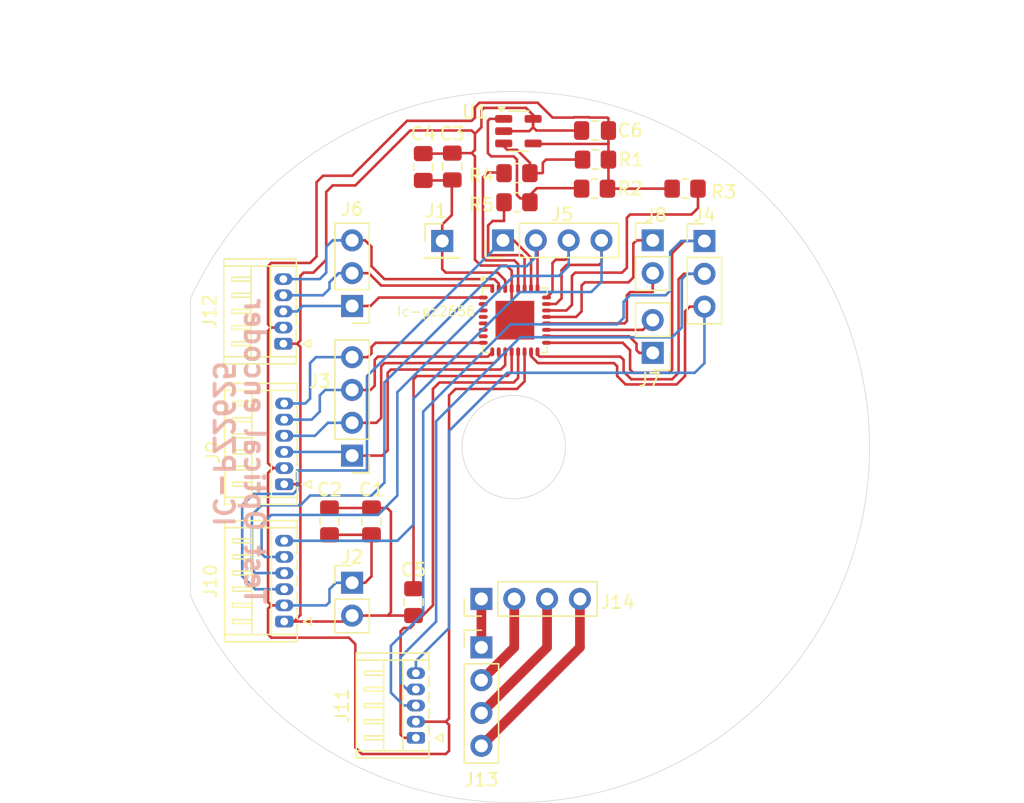
<source format=kicad_pcb>
(kicad_pcb (version 20240108) (generator "pcbnew") (generator_version "8.0")
  (layers (0 "F.Cu" signal) (31 "B.Cu" signal) (34 "B.Paste" user) (35 "F.Paste" user) (36 "B.SilkS" user "B.Silkscreen") (37 "F.SilkS" user "F.Silkscreen") (38 "B.Mask" user) (39 "F.Mask" user) (44 "Edge.Cuts" user))
  (net 0 "")
  (net 1 "Net-(Ic-pz2656-C1V8)")
  (net 2 "VDDIO")
  (net 4 "GND")
  (net 7 "/ACL")
  (net 8 "VDDA")
  (net 9 "/PC1")
  (net 10 "/CFG2")
  (net 11 "/ADA")
  (net 12 "/RDY")
  (net 13 "/CFG0")
  (net 14 "/PA3")
  (net 15 "/PB1")
  (net 16 "/ERR_IN")
  (net 17 "/CFG1")
  (net 18 "/PB2")
  (net 19 "/PA0")
  (net 20 "Net-(Ic-pz2656-SDA)")
  (net 21 "/PA1")
  (net 24 "/PB0")
  (net 25 "Net-(Ic-pz2656-SCL)")
  (net 26 "Net-(Ic-pz2656-NRES)")
  (net 27 "/PC2")
  (net 29 "Net-(U1-SDA)")
  (net 30 "Net-(U1-SCL)")
  (net 31 "/PA2")
  (net 32 "/PC0")
  (net 33 "/PC3")
  (net 34 "/48V")
  (net 35 "/S2")
  (net 36 "/S1")
  (net 37 "/MASSE")
  (footprint "Capacitor_SMD:C_0805_2012Metric_Pad1.18x1.45mm_HandSolder" (layer "F.Cu") (at 128 135.25 90)
    (property "Reference" "C5")
    (property "Value" "100nF" (hide yes))
  )
  (footprint "Connector_PinHeader_2.54mm:PinHeader_1x02_P2.54mm_Vertical" (layer "F.Cu") (at 123.25 133.75)
    (property "Reference" "J2")
    (property "Value" "Conn_01x02_Pin" (hide yes))
  )
  (footprint "Connector_Hirose:Hirose_DF13-06P-1.25DS_1x06_P1.25mm_Horizontal" (layer "F.Cu") (at 118 126.125 90)
    (property "Reference" "J9")
    (property "Value" "Conn_DF13_malex06" (hide yes))
  )
  (footprint "Connector_PinHeader_2.54mm:PinHeader_1x03_P2.54mm_Vertical" (layer "F.Cu") (at 123.25 112.33 180)
    (property "Reference" "J6")
    (property "Value" "Conn_01x03_Pin" (hide yes))
  )
  (footprint "Capacitor_SMD:C_0805_2012Metric_Pad1.18x1.45mm_HandSolder" (layer "F.Cu") (at 142.0375 98.75)
    (property "Reference" "C6")
    (property "Value" "100nF" (hide yes))
  )
  (footprint "Resistor_SMD:R_0805_2012Metric_Pad1.20x1.40mm_HandSolder" (layer "F.Cu") (at 142 103.25)
    (property "Reference" "R2")
    (property "Value" "3K3" (hide yes))
  )
  (footprint "Capacitor_SMD:C_0805_2012Metric_Pad1.18x1.45mm_HandSolder" (layer "F.Cu") (at 124.75 129 -90)
    (property "Reference" "C1")
    (property "Value" "1μF" (hide yes))
  )
  (footprint "Package_TO_SOT_SMD:SOT-23-5" (layer "F.Cu") (at 136.1125 98.8)
    (property "Reference" "U1")
    (property "Value" "AT24CS16-STUM" (hide yes))
  )
  (footprint "Connector_PinHeader_2.54mm:PinHeader_1x04_P2.54mm_Vertical" (layer "F.Cu") (at 133.25 138.75)
    (property "Reference" "J13")
    (property "Value" "Conn_THT_padx04" (hide yes))
  )
  (footprint "Connector_PinHeader_2.54mm:PinHeader_1x04_P2.54mm_Vertical" (layer "F.Cu") (at 134.92 107.25 90)
    (property "Reference" "J5")
    (property "Value" "Conn_01x04_Pin" (hide yes))
  )
  (footprint "Ic - pz2656:Ic-pz2656-5x5" (layer "F.Cu") (at 135.84 113.4275)
    (property "Reference" "Ic-pz2656")
    (property "Value" "~")
  )
  (footprint "Capacitor_SMD:C_0805_2012Metric_Pad1.18x1.45mm_HandSolder" (layer "F.Cu") (at 131 101.5375 -90)
    (property "Reference" "C3")
    (property "Value" "100nF" (hide yes))
  )
  (footprint "Resistor_SMD:R_0805_2012Metric_Pad1.20x1.40mm_HandSolder" (layer "F.Cu") (at 136 104.3 180)
    (property "Reference" "R5")
    (property "Value" "0" (hide yes))
  )
  (footprint "Connector_PinHeader_2.54mm:PinHeader_1x04_P2.54mm_Vertical" (layer "F.Cu") (at 123.25 123.91 180)
    (property "Reference" "J3")
    (property "Value" "Conn_01x04_Pin" (hide yes))
  )
  (footprint "Resistor_SMD:R_0805_2012Metric_Pad1.20x1.40mm_HandSolder" (layer "F.Cu") (at 149 103.25)
    (property "Reference" "R3")
    (property "Value" "10K" (hide yes))
  )
  (footprint "Resistor_SMD:R_0805_2012Metric_Pad1.20x1.40mm_HandSolder" (layer "F.Cu") (at 142.075 101)
    (property "Reference" "R1")
    (property "Value" "3K3" (hide yes))
  )
  (footprint "Connector_PinHeader_2.54mm:PinHeader_1x02_P2.54mm_Vertical" (layer "F.Cu") (at 146.5 115.96 180)
    (property "Reference" "J7")
    (property "Value" "Conn_01x02_Pin" (hide yes))
  )
  (footprint "Capacitor_SMD:C_0805_2012Metric_Pad1.18x1.45mm_HandSolder" (layer "F.Cu") (at 121.5 129 -90)
    (property "Reference" "C2")
    (property "Value" "100nF" (hide yes))
  )
  (footprint "Resistor_SMD:R_0805_2012Metric_Pad1.20x1.40mm_HandSolder" (layer "F.Cu") (at 136 102.05 180)
    (property "Reference" "R4")
    (property "Value" "0" (hide yes))
  )
  (footprint "Connector_PinHeader_2.54mm:PinHeader_1x03_P2.54mm_Vertical" (layer "F.Cu") (at 150.5 107.3)
    (property "Reference" "J4")
    (property "Value" "Conn_01x03_Pin" (hide yes))
  )
  (footprint "Connector_PinHeader_2.54mm:PinHeader_1x04_P2.54mm_Vertical" (layer "F.Cu") (at 133.25 135 90)
    (property "Reference" "J14")
    (property "Value" "Conn_THT_padx04" (hide yes))
  )
  (footprint "Connector_Hirose:Hirose_DF13-06P-1.25DS_1x06_P1.25mm_Horizontal" (layer "F.Cu") (at 118 136.75 90)
    (property "Reference" "J10")
    (property "Value" "Conn_DF13_malex06" (hide yes))
  )
  (footprint "MountingHole:MountingHole_2.2mm_M2" (layer "F.Cu") (at 154 105.5)
    (property "Reference" "REF**" (hide yes))
    (property "Value" "MountingHole_2.2mm_M2")
  )
  (footprint "Connector_PinHeader_2.54mm:PinHeader_1x01_P2.54mm_Vertical" (layer "F.Cu") (at 130.22 107.3)
    (property "Reference" "J1")
    (property "Value" "Conn_01x01_Pin" (hide yes))
  )
  (footprint "Connector_Hirose:Hirose_DF13-05P-1.25DS_1x05_P1.25mm_Horizontal" (layer "F.Cu") (at 128.1825 145.75 90)
    (property "Reference" "J11")
    (property "Value" "Conn_DF13_malex05" (hide yes))
  )
  (footprint "Connector_Hirose:Hirose_DF13-05P-1.25DS_1x05_P1.25mm_Horizontal" (layer "F.Cu") (at 117.9325 115.25 90)
    (property "Reference" "J12")
    (property "Value" "Conn_DF13_malex05" (hide yes))
  )
  (footprint "MountingHole:MountingHole_2.2mm_M2" (layer "F.Cu") (at 117.5 141)
    (property "Reference" "REF**" (hide yes))
    (property "Value" "MountingHole_2.2mm_M2")
  )
  (footprint "MountingHole:MountingHole_2.2mm_M2" (layer "F.Cu") (at 117.5 105.5)
    (property "Reference" "REF**" (hide yes))
    (property "Value" "MountingHole_2.2mm_M2")
  )
  (footprint "MountingHole:MountingHole_2.2mm_M2" (layer "F.Cu") (at 154 141)
    (property "Reference" "REF**" (hide yes))
    (property "Value" "MountingHole_2.2mm_M2")
  )
  (footprint "Capacitor_SMD:C_0805_2012Metric_Pad1.18x1.45mm_HandSolder" (layer "F.Cu") (at 128.75 101.575 -90)
    (property "Reference" "C4")
    (property "Value" "1μF" (hide yes))
  )
  (footprint "Connector_PinHeader_2.54mm:PinHeader_1x02_P2.54mm_Vertical" (layer "F.Cu") (at 146.5 107.25)
    (property "Reference" "J8")
    (property "Value" "Conn_01x02_Pin" (hide yes))
  )
  (gr_line (start 132.75 97.75) (end 132.75 97) (stroke (width 0.2)) (layer "F.Cu") (net 2))
  (gr_line (start 132.5 98) (end 132.75 97.75) (stroke (width 0.2)) (layer "F.Cu") (net 2))
  (gr_arc (start 110.750001 111.75) (mid 163.268173 123.25) (end 110.750001 134.75) (stroke (width 0.05)) (layer "Edge.Cuts"))
  (gr_line (start 110.75 134.75) (end 110.75 111.75) (stroke (width 0.05)) (layer "Edge.Cuts"))
  (gr_circle (center 135.749999 123.25) (end 139.749999 123.25) (stroke (width 0.05)) (fill none) (layer "Edge.Cuts"))
  (gr_text "Test Optical encoder \nIC-PZ2625" (at 114.5 123 270) (layer "B.SilkS") (effects (font (size 1.5 1.5) (thickness 0.3) (bold yes)) (justify mirror)))
  (segment (start 135.59 117.41) (end 135.59 115.8775) (width 0.2) (layer "F.Cu") (net 1))
  (segment (start 128.25 117.75) (end 135.25 117.75) (width 0.2) (layer "F.Cu") (net 1))
  (segment (start 135.25 117.75) (end 135.59 117.41) (width 0.2) (layer "F.Cu") (net 1))
  (segment (start 128 118) (end 128.25 117.75) (width 0.2) (layer "F.Cu") (net 1))
  (segment (start 128 134.2125) (end 128 118) (width 0.2) (layer "F.Cu") (net 1))
  (segment (start 120 109) (end 120.5 108.5) (width 0.2) (layer "F.Cu") (net 2))
  (segment (start 137.290552 99.790552) (end 143.034448 99.790552) (width 0.2) (layer "F.Cu") (net 2))
  (segment (start 117 114) (end 116.75 113.75) (width 0.2) (layer "F.Cu") (net 2))
  (segment (start 123 138) (end 117 138) (width 0.2) (layer "F.Cu") (net 2))
  (segment (start 130.5 144.5) (end 130.75 144.25) (width 0.2) (layer "F.Cu") (net 2))
  (segment (start 116.75 114.25) (end 117 114) (width 0.2) (layer "F.Cu") (net 2))
  (segment (start 130.75 144.75) (end 130.75 146.75) (width 0.2) (layer "F.Cu") (net 2))
  (segment (start 130.75 146.75) (end 130.5 147) (width 0.2) (layer "F.Cu") (net 2))
  (segment (start 130.5 144.5) (end 130.75 144.75) (width 0.2) (layer "F.Cu") (net 2))
  (segment (start 143.075 101) (end 143.075 99.75) (width 0.2) (layer "F.Cu") (net 2))
  (segment (start 121 102.25) (end 123.25 102.25) (width 0.2) (layer "F.Cu") (net 2))
  (segment (start 117.25 135.5) (end 117 135.5) (width 0.2) (layer "F.Cu") (net 2))
  (segment (start 116.75 113.75) (end 116.75 109.25) (width 0.2) (layer "F.Cu") (net 2))
  (segment (start 130.5 147) (end 124 147) (width 0.2) (layer "F.Cu") (net 2))
  (segment (start 132.75 97) (end 132.75 96.95) (width 0.2) (layer "F.Cu") (net 2))
  (segment (start 116.75 137.75) (end 116.75 135.75) (width 0.2) (layer "F.Cu") (net 2))
  (segment (start 143.075 97.825) (end 143.075 98.75) (width 0.2) (layer "F.Cu") (net 2))
  (segment (start 141.572244 97.725) (end 141.597244 97.75) (width 0.2) (layer "F.Cu") (net 2))
  (segment (start 130.75 144.25) (end 130.75 119.25) (width 0.2) (layer "F.Cu") (net 2))
  (segment (start 124.75 133.25) (end 124.75 130.0375) (width 0.2) (layer "F.Cu") (net 2))
  (segment (start 117 114) (end 117.9325 114) (width 0.2) (layer "F.Cu") (net 2))
  (segment (start 141.597244 97.75) (end 143 97.75) (width 0.2) (layer "F.Cu") (net 2))
  (segment (start 132.75 96.95) (end 133.1 96.6) (width 0.2) (layer "F.Cu") (net 2))
  (segment (start 120.5 102.75) (end 121 102.25) (width 0.2) (layer "F.Cu") (net 2))
  (segment (start 117 138) (end 116.75 137.75) (width 0.2) (layer "F.Cu") (net 2))
  (segment (start 124 147) (end 123.5 146.5) (width 0.2) (layer "F.Cu") (net 2))
  (segment (start 140.402756 97.75) (end 140.427756 97.725) (width 0.2) (layer "F.Cu") (net 2))
  (segment (start 124.25 133.75) (end 124.75 133.25) (width 0.2) (layer "F.Cu") (net 2))
  (segment (start 136 118.75) (end 136.59 118.16) (width 0.2) (layer "F.Cu") (net 2))
  (segment (start 138.75 97.75) (end 140.402756 97.75) (width 0.2) (layer "F.Cu") (net 2))
  (segment (start 148 103.25) (end 143.1125 103.25) (width 0.2) (layer "F.Cu") (net 2))
  (segment (start 123.25 133.75) (end 124.25 133.75) (width 0.2) (layer "F.Cu") (net 2))
  (segment (start 117 109) (end 120 109) (width 0.2) (layer "F.Cu") (net 2))
  (segment (start 116.75 135.25) (end 116.75 125.25) (width 0.2) (layer "F.Cu") (net 2))
  (segment (start 117.125 124.875) (end 118 124.875) (width 0.2) (layer "F.Cu") (net 2))
  (segment (start 123.5 138.5) (end 123 138) (width 0.2) (layer "F.Cu") (net 2))
  (segment (start 123.25 102.25) (end 127.5 98) (width 0.2) (layer "F.Cu") (net 2))
  (segment (start 137.25 99.75) (end 137.290552 99.790552) (width 0.2) (layer "F.Cu") (net 2))
  (segment (start 116.75 124.5) (end 116.75 114.25) (width 0.2) (layer "F.Cu") (net 2))
  (segment (start 116.75 135.75) (end 117 135.5) (width 0.2) (layer "F.Cu") (net 2))
  (segment (start 143.075 103.2125) (end 143.075 101) (width 0.2) (layer "F.Cu") (net 2))
  (segment (start 117.125 124.875) (end 116.75 124.5) (width 0.2) (layer "F.Cu") (net 2))
  (segment (start 129.25 144.5) (end 130.5 144.5) (width 0.2) (layer "F.Cu") (net 2))
  (segment (start 140.427756 97.725) (end 141.572244 97.725) (width 0.2) (layer "F.Cu") (net 2))
  (segment (start 131.25 118.75) (end 136 118.75) (width 0.2) (layer "F.Cu") (net 2))
  (segment (start 143 97.75) (end 143.075 97.825) (width 0.2) (layer "F.Cu") (net 2))
  (segment (start 133.1 96.6) (end 137.6 96.6) (width 0.2) (layer "F.Cu") (net 2))
  (segment (start 136.59 118.16) (end 136.59 115.8775) (width 0.2) (layer "F.Cu") (net 2))
  (segment (start 143.034448 99.790552) (end 143.075 99.75) (width 0.2) (layer "F.Cu") (net 2))
  (segment (start 118 135.5) (end 117.25 135.5) (width 0.2) (layer "F.Cu") (net 2))
  (segment (start 116.75 109.25) (end 117 109) (width 0.2) (layer "F.Cu") (net 2))
  (segment (start 143.1125 103.25) (end 143.075 103.2125) (width 0.2) (layer "F.Cu") (net 2))
  (segment (start 117 135.5) (end 116.75 135.25) (width 0.2) (layer "F.Cu") (net 2))
  (segment (start 143.075 99.75) (end 143.075 98.75) (width 0.2) (layer "F.Cu") (net 2))
  (segment (start 120.5 108.5) (end 120.5 102.75) (width 0.2) (layer "F.Cu") (net 2))
  (segment (start 137.6 96.6) (end 138.75 97.75) (width 0.2) (layer "F.Cu") (net 2))
  (segment (start 116.75 125.25) (end 117.125 124.875) (width 0.2) (layer "F.Cu") (net 2))
  (segment (start 129.25 144.5) (end 128.1825 144.5) (width 0.2) (layer "F.Cu") (net 2))
  (segment (start 123.5 146.5) (end 123.5 138.5) (width 0.2) (layer "F.Cu") (net 2))
  (segment (start 130.75 119.25) (end 131.25 118.75) (width 0.2) (layer "F.Cu") (net 2))
  (segment (start 121.5 130.0375) (end 124.75 130.0375) (width 0.2) (layer "F.Cu") (net 2))
  (segment (start 127.5 98) (end 132.5 98) (width 0.2) (layer "F.Cu") (net 2))
  (segment (start 121.25 135.5) (end 121.5 135.25) (width 0.2) (layer "B.Cu") (net 2))
  (segment (start 121.5 135.25) (end 121.5 134.25) (width 0.2) (layer "B.Cu") (net 2))
  (segment (start 121.5 134.25) (end 122 133.75) (width 0.2) (layer "B.Cu") (net 2))
  (segment (start 122 133.75) (end 123.25 133.75) (width 0.2) (layer "B.Cu") (net 2))
  (segment (start 118 135.5) (end 121.25 135.5) (width 0.2) (layer "B.Cu") (net 2))
  (segment (start 132.5 98.75) (end 132.75 99) (width 0.2) (layer "F.Cu") (net 4))
  (segment (start 132.75 100.25) (end 132.5 100.5) (width 0.2) (layer "F.Cu") (net 4))
  (segment (start 119.25 115) (end 119.25 110) (width 0.2) (layer "F.Cu") (net 4))
  (segment (start 135.275 98.8) (end 136.95 98.8) (width 0.2) (layer "F.Cu") (net 4))
  (segment (start 129.5 135.5) (end 129.5 118.75) (width 0.2) (layer "F.Cu") (net 4))
  (segment (start 126.25 136.04) (end 126 136.29) (width 0.2) (layer "F.Cu") (net 4))
  (segment (start 133.25 98.5) (end 133.25 97.2) (width 0.2) (layer "F.Cu") (net 4))
  (segment (start 127 145.5) (end 127 137.5) (width 0.2) (layer "F.Cu") (net 4))
  (segment (start 119.25 110) (end 119.5 109.75) (width 0.2) (layer "F.Cu") (net 4))
  (segment (start 128.7125 136.2875) (end 129.5 135.5) (width 0.2) (layer "F.Cu") (net 4))
  (segment (start 132.75 99) (end 132.75 100.25) (width 0.2) (layer "F.Cu") (net 4))
  (segment (start 125.9625 127.9625) (end 126.25 128.25) (width 0.2) (layer "F.Cu") (net 4))
  (segment (start 119.125 126.125) (end 119.25 126) (width 0.2) (layer "F.Cu") (net 4))
  (segment (start 137.25 97.85) (end 137.25 98.5) (width 0.2) (layer "F.Cu") (net 4))
  (segment (start 135.59 113.1775) (end 135.84 113.4275) (width 0.2) (layer "F.Cu") (net 4))
  (segment (start 120.5 136.75) (end 122.79 136.75) (width 0.2) (layer "F.Cu") (net 4))
  (segment (start 127 137.5) (end 127.25 137.25) (width 0.2) (layer "F.Cu") (net 4))
  (segment (start 129.5 118.75) (end 130 118.25) (width 0.2) (layer "F.Cu") (net 4))
  (segment (start 123.25 136.29) (end 126 136.29) (width 0.2) (layer "F.Cu") (net 4))
  (segment (start 132.75 100.75) (end 132.5 100.5) (width 0.2) (layer "F.Cu") (net 4))
  (segment (start 119 115.25) (end 117.9325 115.25) (width 0.2) (layer "F.Cu") (net 4))
  (segment (start 132.5 100.5) (end 131 100.5) (width 0.2) (layer "F.Cu") (net 4))
  (segment (start 119.25 136.25) (end 119.25 126.25) (width 0.2) (layer "F.Cu") (net 4))
  (segment (start 121.25 108.75) (end 121.25 103.5) (width 0.2) (layer "F.Cu") (net 4))
  (segment (start 137.25 98.5) (end 137.25 97.55) (width 0.2) (layer "F.Cu") (net 4))
  (segment (start 119.25 115.5) (end 119 115.25) (width 0.2) (layer "F.Cu") (net 4))
  (segment (start 122.79 136.75) (end 123.25 136.29) (width 0.2) (layer "F.Cu") (net 4))
  (segment (start 119.25 126) (end 119.25 115.5) (width 0.2) (layer "F.Cu") (net 4))
  (segment (start 128.1825 145.75) (end 127.25 145.75) (width 0.2) (layer "F.Cu") (net 4))
  (segment (start 127.9975 136.29) (end 128 136.2875) (width 0.2) (layer "F.Cu") (net 4))
  (segment (start 124.75 127.9625) (end 125.9625 127.9625) (width 0.2) (layer "F.Cu") (net 4))
  (segment (start 133.2 109.2) (end 132.75 108.75) (width 0.2) (layer "F.Cu") (net 4))
  (segment (start 135.59 110.9775) (end 135.59 109.59) (width 0.2) (layer "F.Cu") (net 4))
  (segment (start 137.25 98.5) (end 137.5 98.75) (width 0.2) (layer "F.Cu") (net 4))
  (segment (start 132.75 108.75) (end 132.75 100.75) (width 0.2) (layer "F.Cu") (net 4))
  (segment (start 128 137) (end 128 136.2875) (width 0.2) (layer "F.Cu") (net 4))
  (segment (start 132.75 99) (end 133.25 98.5) (width 0.2) (layer "F.Cu") (net 4))
  (segment (start 136.95 98.8) (end 137.25 98.5) (width 0.2) (layer "F.Cu") (net 4))
  (segment (start 126 136.29) (end 126.25 136.29) (width 0.2) (layer "F.Cu") (net 4))
  (segment (start 128 136.2875) (end 128.7125 136.2875) (width 0.2) (layer "F.Cu") (net 4))
  (segment (start 126.25 128.25) (end 126.25 136.04) (width 0.2) (layer "F.Cu") (net 4))
  (segment (start 136.09 117.91) (end 136.09 115.8775) (width 0.2) (layer "F.Cu") (net 4))
  (segment (start 135.75 118.25) (end 136.09 117.91) (width 0.2) (layer "F.Cu") (net 4))
  (segment (start 127.25 145.75) (end 127 145.5) (width 0.2) (layer "F.Cu") (net 4))
  (segment (start 133.25 97.2) (end 133.45 97) (width 0.2) (layer "F.Cu") (net 4))
  (segment (start 137.5 98.75) (end 141 98.75) (width 0.2) (layer "F.Cu") (net 4))
  (segment (start 118 136.75) (end 118.75 136.75) (width 0.2) (layer "F.Cu") (net 4))
  (segment (start 121.75 103) (end 123.5 103) (width 0.2) (layer "F.Cu") (net 4))
  (segment (start 137.25 97.55) (end 137.7 98) (width 0.2) (layer "F.Cu") (net 4))
  (segment (start 130.9625 100.5375) (end 131 100.5) (width 0.2) (layer "F.Cu") (net 4))
  (segment (start 135.59 110.9775) (end 135.59 113.1775) (width 0.2) (layer "F.Cu") (net 4))
  (segment (start 119 115.25) (end 119.25 115) (width 0.2) (layer "F.Cu") (net 4))
  (segment (start 130 118.25) (end 135.75 118.25) (width 0.2) (layer "F.Cu") (net 4))
  (segment (start 118.75 136.75) (end 119.25 136.25) (width 0.2) (layer "F.Cu") (net 4))
  (segment (start 119.25 126.25) (end 119.125 126.125) (width 0.2) (layer "F.Cu") (net 4))
  (segment (start 127.25 137.25) (end 127.75 137.25) (width 0.2) (layer "F.Cu") (net 4))
  (segment (start 133.45 97) (end 136.7 97) (width 0.2) (layer "F.Cu") (net 4))
  (segment (start 128.75 100.5375) (end 130.9625 100.5375) (width 0.2) (layer "F.Cu") (net 4))
  (segment (start 121.25 103.5) (end 121.75 103) (width 0.2) (layer "F.Cu") (net 4))
  (segment (start 119.125 126.125) (end 118 126.125) (width 0.2) (layer "F.Cu") (net 4))
  (segment (start 118.75 136.75) (end 120.5 136.75) (width 0.2) (layer "F.Cu") (net 4))
  (segment (start 121.5 127.9625) (end 124.75 127.9625) (width 0.2) (layer "F.Cu") (net 4))
  (segment (start 136.7 97) (end 137.25 97.55) (width 0.2) (layer "F.Cu") (net 4))
  (segment (start 119.5 109.75) (end 120.25 109.75) (width 0.2) (layer "F.Cu") (net 4))
  (segment (start 127.75 98.75) (end 132.5 98.75) (width 0.2) (layer "F.Cu") (net 4))
  (segment (start 123.5 103) (end 127.75 98.75) (width 0.2) (layer "F.Cu") (net 4))
  (segment (start 135.59 109.59) (end 135.2 109.2) (width 0.2) (layer "F.Cu") (net 4))
  (segment (start 127.75 137.25) (end 128 137) (width 0.2) (layer "F.Cu") (net 4))
  (segment (start 126.25 136.29) (end 127.9975 136.29) (width 0.2) (layer "F.Cu") (net 4))
  (segment (start 135.2 109.2) (end 133.2 109.2) (width 0.2) (layer "F.Cu") (net 4))
  (segment (start 120.25 109.75) (end 121.25 108.75) (width 0.2) (layer "F.Cu") (net 4))
  (segment (start 145.46 115.96) (end 146.5 115.96) (width 0.2) (layer "F.Cu") (net 7))
  (segment (start 144.6775 114.6775) (end 145.25 115.25) (width 0.2) (layer "F.Cu") (net 7))
  (segment (start 145.25 115.75) (end 145.46 115.96) (width 0.2) (layer "F.Cu") (net 7))
  (segment (start 138.29 114.6775) (end 144.6775 114.6775) (width 0.2) (layer "F.Cu") (net 7))
  (segment (start 145.25 115.25) (end 145.25 115.75) (width 0.2) (layer "F.Cu") (net 7))
  (segment (start 130.9625 105.2875) (end 130.22 106.03) (width 0.2) (layer "F.Cu") (net 8))
  (segment (start 134.5 109.75) (end 130.5 109.75) (width 0.2) (layer "F.Cu") (net 8))
  (segment (start 128.75 102.6125) (end 130.9625 102.6125) (width 0.2) (layer "F.Cu") (net 8))
  (segment (start 130.5 109.75) (end 130.22 109.47) (width 0.2) (layer "F.Cu") (net 8))
  (segment (start 130.9625 102.6125) (end 130.9625 105.2875) (width 0.2) (layer "F.Cu") (net 8))
  (segment (start 130.22 106.03) (end 130.22 107.3) (width 0.2) (layer "F.Cu") (net 8))
  (segment (start 130.22 109.47) (end 130.22 107.3) (width 0.2) (layer "F.Cu") (net 8))
  (segment (start 135.09 110.9775) (end 135.09 110.34) (width 0.2) (layer "F.Cu") (net 8))
  (segment (start 135.09 110.34) (end 134.5 109.75) (width 0.2) (layer "F.Cu") (net 8))
  (segment (start 130.9625 102.6125) (end 131 102.575) (width 0.2) (layer "F.Cu") (net 8))
  (segment (start 137.59 107.38) (end 137.46 107.25) (width 0.2) (layer "F.Cu") (net 9))
  (segment (start 137.59 110.9775) (end 137.59 107.38) (width 0.2) (layer "F.Cu") (net 9))
  (segment (start 118 133) (end 115.75 133) (width 0.2) (layer "B.Cu") (net 9))
  (segment (start 134.75 109.25) (end 136.75 109.25) (width 0.2) (layer "B.Cu") (net 9))
  (segment (start 116.25 127.75) (end 119.25 127.75) (width 0.2) (layer "B.Cu") (net 9))
  (segment (start 137.46 108.46) (end 137.46 107.25) (width 0.2) (layer "B.Cu") (net 9))
  (segment (start 115.75 133) (end 115.5 132.75) (width 0.2) (layer "B.Cu") (net 9))
  (segment (start 120 127) (end 124.75 127) (width 0.2) (layer "B.Cu") (net 9))
  (segment (start 137.5 108.5) (end 137.46 108.46) (width 0.2) (layer "B.Cu") (net 9))
  (segment (start 125.75 118.25) (end 134.75 109.25) (width 0.2) (layer "B.Cu") (net 9))
  (segment (start 124.75 127) (end 125.75 126) (width 0.2) (layer "B.Cu") (net 9))
  (segment (start 136.75 109.25) (end 137.5 108.5) (width 0.2) (layer "B.Cu") (net 9))
  (segment (start 125.75 126) (end 125.75 118.25) (width 0.2) (layer "B.Cu") (net 9))
  (segment (start 115.5 132.75) (end 115.5 128.5) (width 0.2) (layer "B.Cu") (net 9))
  (segment (start 115.5 128.5) (end 116.25 127.75) (width 0.2) (layer "B.Cu") (net 9))
  (segment (start 119.25 127.75) (end 120 127) (width 0.2) (layer "B.Cu") (net 9))
  (segment (start 134.59 110.9775) (end 134.59 110.59) (width 0.2) (layer "F.Cu") (net 10))
  (segment (start 134.59 110.59) (end 134.25 110.25) (width 0.2) (layer "F.Cu") (net 10))
  (segment (start 124.25 107.25) (end 123.25 107.25) (width 0.2) (layer "F.Cu") (net 10))
  (segment (start 124.75 107.75) (end 124.25 107.25) (width 0.2) (layer "F.Cu") (net 10))
  (segment (start 134.25 110.25) (end 125.75 110.25) (width 0.2) (layer "F.Cu") (net 10))
  (segment (start 124.75 109.25) (end 124.75 107.75) (width 0.2) (layer "F.Cu") (net 10))
  (segment (start 125.75 110.25) (end 124.75 109.25) (width 0.2) (layer "F.Cu") (net 10))
  (segment (start 121.25 109.75) (end 121.25 107.75) (width 0.2) (layer "B.Cu") (net 10))
  (segment (start 121.75 107.25) (end 123.25 107.25) (width 0.2) (layer "B.Cu") (net 10))
  (segment (start 120.75 110.25) (end 121.25 109.75) (width 0.2) (layer "B.Cu") (net 10))
  (segment (start 117.9325 110.25) (end 120.75 110.25) (width 0.2) (layer "B.Cu") (net 10))
  (segment (start 121.25 107.75) (end 121.75 107.25) (width 0.2) (layer "B.Cu") (net 10))
  (segment (start 138.29 114.1775) (end 145.7425 114.1775) (width 0.2) (layer "F.Cu") (net 11))
  (segment (start 145.7425 114.1775) (end 146.5 113.42) (width 0.2) (layer "F.Cu") (net 11))
  (segment (start 145 107.5) (end 145.25 107.25) (width 0.2) (layer "F.Cu") (net 12))
  (segment (start 145.25 107.25) (end 146.5 107.25) (width 0.2) (layer "F.Cu") (net 12))
  (segment (start 141 110.75) (end 141.25 110.5) (width 0.2) (layer "F.Cu") (net 12))
  (segment (start 138.29 113.1775) (end 140.5725 113.1775) (width 0.2) (layer "F.Cu") (net 12))
  (segment (start 145 110.125) (end 145 107.5) (width 0.2) (layer "F.Cu") (net 12))
  (segment (start 144.625 110.5) (end 145 110.125) (width 0.2) (layer "F.Cu") (net 12))
  (segment (start 140.5725 113.1775) (end 141 112.75) (width 0.2) (layer "F.Cu") (net 12))
  (segment (start 141.25 110.5) (end 144.625 110.5) (width 0.2) (layer "F.Cu") (net 12))
  (segment (start 141 112.75) (end 141 110.75) (width 0.2) (layer "F.Cu") (net 12))
  (segment (start 124.67 112.33) (end 123.25 112.33) (width 0.2) (layer "F.Cu") (net 13))
  (segment (start 133.39 111.6775) (end 125.3225 111.6775) (width 0.2) (layer "F.Cu") (net 13))
  (segment (start 125.3225 111.6775) (end 124.67 112.33) (width 0.2) (layer "F.Cu") (net 13))
  (segment (start 117.9325 112.75) (end 119 112.75) (width 0.2) (layer "B.Cu") (net 13))
  (segment (start 119 112.75) (end 119.42 112.33) (width 0.2) (layer "B.Cu") (net 13))
  (segment (start 119.42 112.33) (end 123.25 112.33) (width 0.2) (layer "B.Cu") (net 13))
  (segment (start 125.0725 115.1775) (end 124.75 115.5) (width 0.2) (layer "F.Cu") (net 14))
  (segment (start 124.75 116) (end 124.46 116.29) (width 0.2) (layer "F.Cu") (net 14))
  (segment (start 124.75 115.5) (end 124.75 116) (width 0.2) (layer "F.Cu") (net 14))
  (segment (start 124.46 116.29) (end 123.25 116.29) (width 0.2) (layer "F.Cu") (net 14))
  (segment (start 133.39 115.1775) (end 125.0725 115.1775) (width 0.2) (layer "F.Cu") (net 14))
  (segment (start 119.625 119.875) (end 120 119.5) (width 0.2) (layer "B.Cu") (net 14))
  (segment (start 118 119.875) (end 119.625 119.875) (width 0.2) (layer "B.Cu") (net 14))
  (segment (start 120 116.75) (end 120.46 116.29) (width 0.2) (layer "B.Cu") (net 14))
  (segment (start 120 119.5) (end 120 116.75) (width 0.2) (layer "B.Cu") (net 14))
  (segment (start 120.46 116.29) (end 123.25 116.29) (width 0.2) (layer "B.Cu") (net 14))
  (segment (start 137.59 116.09) (end 137.75 116.25) (width 0.2) (layer "F.Cu") (net 15))
  (segment (start 144.842157 118) (end 148 118) (width 0.2) (layer "F.Cu") (net 15))
  (segment (start 144 116.25) (end 144.25 116.5) (width 0.2) (layer "F.Cu") (net 15))
  (segment (start 148 118) (end 148.5 117.5) (width 0.2) (layer "F.Cu") (net 15))
  (segment (start 137.59 115.8775) (end 137.59 116.09) (width 0.2) (layer "F.Cu") (net 15))
  (segment (start 148.5 117.5) (end 148.5 110.25) (width 0.2) (layer "F.Cu") (net 15))
  (segment (start 148.91 109.84) (end 150.5 109.84) (width 0.2) (layer "F.Cu") (net 15))
  (segment (start 148.5 110.25) (end 148.91 109.84) (width 0.2) (layer "F.Cu") (net 15))
  (segment (start 137.75 116.25) (end 144 116.25) (width 0.2) (layer "F.Cu") (net 15))
  (segment (start 144.25 116.5) (end 144.25 117.407843) (width 0.2) (layer "F.Cu") (net 15))
  (segment (start 144.25 117.407843) (end 144.842157 118) (width 0.2) (layer "F.Cu") (net 15))
  (segment (start 149.16 109.84) (end 150.5 109.84) (width 0.2) (layer "B.Cu") (net 15))
  (segment (start 148.75 110.25) (end 149.16 109.84) (width 0.2) (layer "B.Cu") (net 15))
  (segment (start 148.75 114) (end 148.75 110.25) (width 0.2) (layer "B.Cu") (net 15))
  (segment (start 136.25 114.75) (end 148 114.75) (width 0.2) (layer "B.Cu") (net 15))
  (segment (start 128.1825 142) (end 127.5 142) (width 0.2) (layer "B.Cu") (net 15))
  (segment (start 127 141.5) (end 127 139.5) (width 0.2) (layer "B.Cu") (net 15))
  (segment (start 127.5 142) (end 127 141.5) (width 0.2) (layer "B.Cu") (net 15))
  (segment (start 129.75 121.25) (end 136.25 114.75) (width 0.2) (layer "B.Cu") (net 15))
  (segment (start 148 114.75) (end 148.75 114) (width 0.2) (layer "B.Cu") (net 15))
  (segment (start 127 139.5) (end 129.75 136.75) (width 0.2) (layer "B.Cu") (net 15))
  (segment (start 129.75 136.75) (end 129.75 121.25) (width 0.2) (layer "B.Cu") (net 15))
  (segment (start 146.5 111.25) (end 146.5 109.79) (width 0.2) (layer "F.Cu") (net 16))
  (segment (start 144.75 111.25) (end 146.5 111.25) (width 0.2) (layer "F.Cu") (net 16))
  (segment (start 138.29 113.6775) (end 144.3225 113.6775) (width 0.2) (layer "F.Cu") (net 16))
  (segment (start 144.5 111.5) (end 144.75 111.25) (width 0.2) (layer "F.Cu") (net 16))
  (segment (start 144.3225 113.6775) (end 144.5 113.5) (width 0.2) (layer "F.Cu") (net 16))
  (segment (start 144.5 113.5) (end 144.5 111.5) (width 0.2) (layer "F.Cu") (net 16))
  (segment (start 124.54 109.79) (end 123.25 109.79) (width 0.2) (layer "F.Cu") (net 17))
  (segment (start 134.09 110.9775) (end 134.09 110.84) (width 0.2) (layer "F.Cu") (net 17))
  (segment (start 125.5 110.75) (end 124.54 109.79) (width 0.2) (layer "F.Cu") (net 17))
  (segment (start 134 110.75) (end 125.5 110.75) (width 0.2) (layer "F.Cu") (net 17))
  (segment (start 134.09 110.84) (end 134 110.75) (width 0.2) (layer "F.Cu") (net 17))
  (segment (start 121.5 110.5) (end 122.21 109.79) (width 0.2) (layer "B.Cu") (net 17))
  (segment (start 121 111.5) (end 121.5 111) (width 0.2) (layer "B.Cu") (net 17))
  (segment (start 122.21 109.79) (end 123.25 109.79) (width 0.2) (layer "B.Cu") (net 17))
  (segment (start 121.5 111) (end 121.5 110.5) (width 0.2) (layer "B.Cu") (net 17))
  (segment (start 117.9325 111.5) (end 121 111.5) (width 0.2) (layer "B.Cu") (net 17))
  (segment (start 143.5 116.75) (end 143.75 117) (width 0.2) (layer "F.Cu") (net 18))
  (segment (start 148.35 118.4) (end 149 117.75) (width 0.2) (layer "F.Cu") (net 18))
  (segment (start 149.37 112.38) (end 150.5 112.38) (width 0.2) (layer "F.Cu") (net 18))
  (segment (start 143.75 117.75) (end 144.4 118.4) (width 0.2) (layer "F.Cu") (net 18))
  (segment (start 137.09 115.8775) (end 137.09 116.213896) (width 0.2) (layer "F.Cu") (net 18))
  (segment (start 144.4 118.4) (end 148.35 118.4) (width 0.2) (layer "F.Cu") (net 18))
  (segment (start 143.75 117) (end 143.75 117.75) (width 0.2) (layer "F.Cu") (net 18))
  (segment (start 149 112.75) (end 149.37 112.38) (width 0.2) (layer "F.Cu") (net 18))
  (segment (start 137.09 116.213896) (end 137.626104 116.75) (width 0.2) (layer "F.Cu") (net 18))
  (segment (start 137.626104 116.75) (end 143.5 116.75) (width 0.2) (layer "F.Cu") (net 18))
  (segment (start 149 117.75) (end 149 112.75) (width 0.2) (layer "F.Cu") (net 18))
  (segment (start 135.25 117.5) (end 149.75 117.5) (width 0.2) (layer "B.Cu") (net 18))
  (segment (start 149.75 117.5) (end 150.5 116.75) (width 0.2) (layer "B.Cu") (net 18))
  (segment (start 130.75 137.25) (end 130.75 122) (width 0.2) (layer "B.Cu") (net 18))
  (segment (start 130.75 122) (end 135.25 117.5) (width 0.2) (layer "B.Cu") (net 18))
  (segment (start 128.1825 140.75) (end 128.1825 139.8175) (width 0.2) (layer "B.Cu") (net 18))
  (segment (start 150.5 116.75) (end 150.5 112.38) (width 0.2) (layer "B.Cu") (net 18))
  (segment (start 128.1825 139.8175) (end 130.75 137.25) (width 0.2) (layer "B.Cu") (net 18))
  (segment (start 135.09 115.8775) (end 135.09 116.91) (width 0.2) (layer "F.Cu") (net 19))
  (segment (start 126.25 117.25) (end 126 117.5) (width 0.2) (layer "F.Cu") (net 19))
  (segment (start 126 117.5) (end 126 123.5) (width 0.2) (layer "F.Cu") (net 19))
  (segment (start 135.09 116.91) (end 134.75 117.25) (width 0.2) (layer "F.Cu") (net 19))
  (segment (start 125.59 123.91) (end 123.25 123.91) (width 0.2) (layer "F.Cu") (net 19))
  (segment (start 134.75 117.25) (end 126.25 117.25) (width 0.2) (layer "F.Cu") (net 19))
  (segment (start 126 123.5) (end 125.59 123.91) (width 0.2) (layer "F.Cu") (net 19))
  (segment (start 122.965 123.625) (end 123.25 123.91) (width 0.2) (layer "B.Cu") (net 19))
  (segment (start 118 123.625) (end 122.965 123.625) (width 0.2) (layer "B.Cu") (net 19))
  (segment (start 136.09 109.09) (end 135.8 108.8) (width 0.2) (layer "F.Cu") (net 20))
  (segment (start 135.8 108.8) (end 133.604315 108.8) (width 0.2) (layer "F.Cu") (net 20))
  (segment (start 133.37 108.565685) (end 133.37 102.38) (width 0.2) (layer "F.Cu") (net 20))
  (segment (start 133.37 102.38) (end 133.75 102) (width 0.2) (layer "F.Cu") (net 20))
  (segment (start 133.75 102) (end 134.75 102) (width 0.2) (layer "F.Cu") (net 20))
  (segment (start 133.604315 108.8) (end 133.37 108.565685) (width 0.2) (layer "F.Cu") (net 20))
  (segment (start 136.09 110.9775) (end 136.09 109.09) (width 0.2) (layer "F.Cu") (net 20))
  (segment (start 134.75 102) (end 135 101.75) (width 0.2) (layer "F.Cu") (net 20))
  (segment (start 125.75 116.75) (end 125.5 117) (width 0.2) (layer "F.Cu") (net 21))
  (segment (start 125.5 121) (end 125.13 121.37) (width 0.2) (layer "F.Cu") (net 21))
  (segment (start 125.5 117) (end 125.5 121) (width 0.2) (layer "F.Cu") (net 21))
  (segment (start 134.25 116.75) (end 125.75 116.75) (width 0.2) (layer "F.Cu") (net 21))
  (segment (start 125.13 121.37) (end 123.25 121.37) (width 0.2) (layer "F.Cu") (net 21))
  (segment (start 134.59 115.8775) (end 134.59 116.41) (width 0.2) (layer "F.Cu") (net 21))
  (segment (start 134.59 116.41) (end 134.25 116.75) (width 0.2) (layer "F.Cu") (net 21))
  (segment (start 118 122.375) (end 120.375 122.375) (width 0.2) (layer "B.Cu") (net 21))
  (segment (start 120.375 122.375) (end 121.38 121.37) (width 0.2) (layer "B.Cu") (net 21))
  (segment (start 121.38 121.37) (end 123.25 121.37) (width 0.2) (layer "B.Cu") (net 21))
  (segment (start 145 117.5) (end 147.75 117.5) (width 0.2) (layer "F.Cu") (net 24))
  (segment (start 138.435 115.1775) (end 144.1775 115.1775) (width 0.2) (layer "F.Cu") (net 24))
  (segment (start 144.75 117.25) (end 145 117.5) (width 0.2) (layer "F.Cu") (net 24))
  (segment (start 148 108.25) (end 148.95 107.3) (width 0.2) (layer "F.Cu") (net 24))
  (segment (start 148.95 107.3) (end 150.5 107.3) (width 0.2) (layer "F.Cu") (net 24))
  (segment (start 144.1775 115.1775) (end 144.75 115.75) (width 0.2) (layer "F.Cu") (net 24))
  (segment (start 148 117.25) (end 148 108.25) (width 0.2) (layer "F.Cu") (net 24))
  (segment (start 147.75 117.5) (end 148 117.25) (width 0.2) (layer "F.Cu") (net 24))
  (segment (start 144.75 115.75) (end 144.75 117.25) (width 0.2) (layer "F.Cu") (net 24))
  (segment (start 144.25 112) (end 144.75 111.5) (width 0.2) (layer "B.Cu") (net 24))
  (segment (start 148.7 107.3) (end 150.5 107.3) (width 0.2) (layer "B.Cu") (net 24))
  (segment (start 128.1825 143.25) (end 127.25 143.25) (width 0.2) (layer "B.Cu") (net 24))
  (segment (start 147.85 111.15) (end 147.85 108.15) (width 0.2) (layer "B.Cu") (net 24))
  (segment (start 128.75 136.125) (end 128.75 120.5) (width 0.2) (layer "B.Cu") (net 24))
  (segment (start 147.85 108.15) (end 148.7 107.3) (width 0.2) (layer "B.Cu") (net 24))
  (segment (start 126.25 142.25) (end 126.25 138.625) (width 0.2) (layer "B.Cu") (net 24))
  (segment (start 127.25 143.25) (end 126.25 142.25) (width 0.2) (layer "B.Cu") (net 24))
  (segment (start 143.75 113.75) (end 144.25 113.25) (width 0.2) (layer "B.Cu") (net 24))
  (segment (start 135.5 113.75) (end 143.75 113.75) (width 0.2) (layer "B.Cu") (net 24))
  (segment (start 126.25 138.625) (end 128.75 136.125) (width 0.2) (layer "B.Cu") (net 24))
  (segment (start 147.5 111.5) (end 147.85 111.15) (width 0.2) (layer "B.Cu") (net 24))
  (segment (start 144.25 113.25) (end 144.25 112) (width 0.2) (layer "B.Cu") (net 24))
  (segment (start 128.75 120.5) (end 135.5 113.75) (width 0.2) (layer "B.Cu") (net 24))
  (segment (start 144.75 111.5) (end 147.5 111.5) (width 0.2) (layer "B.Cu") (net 24))
  (segment (start 133.77 108.4) (end 133.77 106.1) (width 0.2) (layer "F.Cu") (net 25))
  (segment (start 134.12 105.75) (end 135 105.75) (width 0.2) (layer "F.Cu") (net 25))
  (segment (start 133.77 106.1) (end 134.12 105.75) (width 0.2) (layer "F.Cu") (net 25))
  (segment (start 136.59 110.9775) (end 136.59 108.655686) (width 0.2) (layer "F.Cu") (net 25))
  (segment (start 135 105.75) (end 135 104) (width 0.2) (layer "F.Cu") (net 25))
  (segment (start 136.59 108.655686) (end 136.334314 108.4) (width 0.2) (layer "F.Cu") (net 25))
  (segment (start 136.334314 108.4) (end 133.77 108.4) (width 0.2) (layer "F.Cu") (net 25))
  (segment (start 144.5 109.375) (end 144.5 105.5) (width 0.2) (layer "F.Cu") (net 26))
  (segment (start 140.5 109.75) (end 144.125 109.75) (width 0.2) (layer "F.Cu") (net 26))
  (segment (start 138.29 112.6775) (end 139.8225 112.6775) (width 0.2) (layer "F.Cu") (net 26))
  (segment (start 140.25 112.25) (end 140.25 110) (width 0.2) (layer "F.Cu") (net 26))
  (segment (start 149.5 105.25) (end 150 104.75) (width 0.2) (layer "F.Cu") (net 26))
  (segment (start 140.25 110) (end 140.5 109.75) (width 0.2) (layer "F.Cu") (net 26))
  (segment (start 139.8225 112.6775) (end 140.25 112.25) (width 0.2) (layer "F.Cu") (net 26))
  (segment (start 150 104.75) (end 150 103.25) (width 0.2) (layer "F.Cu") (net 26))
  (segment (start 144.75 105.25) (end 149.5 105.25) (width 0.2) (layer "F.Cu") (net 26))
  (segment (start 144.125 109.75) (end 144.5 109.375) (width 0.2) (layer "F.Cu") (net 26))
  (segment (start 144.5 105.5) (end 144.75 105.25) (width 0.2) (layer "F.Cu") (net 26))
  (segment (start 138.75 109) (end 139 108.75) (width 0.2) (layer "F.Cu") (net 27))
  (segment (start 138.29 111.6775) (end 138.75 111.2175) (width 0.2) (layer "F.Cu") (net 27))
  (segment (start 139.75 108.75) (end 140 108.5) (width 0.2) (layer "F.Cu") (net 27))
  (segment (start 140 108.5) (end 140 107.25) (width 0.2) (layer "F.Cu") (net 27))
  (segment (start 139 108.75) (end 139.75 108.75) (width 0.2) (layer "F.Cu") (net 27))
  (segment (start 138.75 111.2175) (end 138.75 109) (width 0.2) (layer "F.Cu") (net 27))
  (segment (start 116.25 131.5) (end 116.25 129.25) (width 0.2) (layer "B.Cu") (net 27))
  (segment (start 125.25 128.5) (end 126.75 127) (width 0.2) (layer "B.Cu") (net 27))
  (segment (start 140 109.25) (end 140 107.25) (width 0.2) (layer "B.Cu") (net 27))
  (segment (start 116.5 131.75) (end 116.25 131.5) (width 0.2) (layer "B.Cu") (net 27))
  (segment (start 126.75 127) (end 126.75 119) (width 0.2) (layer "B.Cu") (net 27))
  (segment (start 126.75 119) (end 135.75 110) (width 0.2) (layer "B.Cu") (net 27))
  (segment (start 139.25 110) (end 140 109.25) (width 0.2) (layer "B.Cu") (net 27))
  (segment (start 117 128.5) (end 125.25 128.5) (width 0.2) (layer "B.Cu") (net 27))
  (segment (start 116.25 129.25) (end 117 128.5) (width 0.2) (layer "B.Cu") (net 27))
  (segment (start 135.75 110) (end 139.25 110) (width 0.2) (layer "B.Cu") (net 27))
  (segment (start 118 131.75) (end 116.5 131.75) (width 0.2) (layer "B.Cu") (net 27))
  (segment (start 137.95 102.05) (end 138 102) (width 0.2) (layer "F.Cu") (net 29))
  (segment (start 136 100.25) (end 137 101.25) (width 0.2) (layer "F.Cu") (net 29))
  (segment (start 138 101.25) (end 138.25 101) (width 0.2) (layer "F.Cu") (net 29))
  (segment (start 138 102) (end 138 101.25) (width 0.2) (layer "F.Cu") (net 29))
  (segment (start 137 102.05) (end 137.95 102.05) (width 0.2) (layer "F.Cu") (net 29))
  (segment (start 135.25 100.25) (end 136 100.25) (width 0.2) (layer "F.Cu") (net 29))
  (segment (start 134.975 99.975) (end 135.25 100.25) (width 0.2) (layer "F.Cu") (net 29))
  (segment (start 138.25 101) (end 141.075 101) (width 0.2) (layer "F.Cu") (net 29))
  (segment (start 137 101.25) (end 137 102.05) (width 0.2) (layer "F.Cu") (net 29))
  (segment (start 133.75 98) (end 133.9 97.85) (width 0.2) (layer "F.Cu") (net 30))
  (segment (start 133.75 100.5) (end 133.75 98) (width 0.2) (layer "F.Cu") (net 30))
  (segment (start 134 100.75) (end 133.75 100.5) (width 0.2) (layer "F.Cu") (net 30))
  (segment (start 136.25 104) (end 136 103.75) (width 0.2) (layer "F.Cu") (net 30))
  (segment (start 135.75 100.75) (end 134 100.75) (width 0.2) (layer "F.Cu") (net 30))
  (segment (start 137 104) (end 136.25 104) (width 0.2) (layer "F.Cu") (net 30))
  (segment (start 133.9 97.85) (end 134.675 97.85) (width 0.2) (layer "F.Cu") (net 30))
  (segment (start 137.5375 103.2125) (end 137 103.75) (width 0.2) (layer "F.Cu") (net 30))
  (segment (start 136 103.75) (end 136 101) (width 0.2) (layer "F.Cu") (net 30))
  (segment (start 136 101) (end 135.75 100.75) (width 0.2) (layer "F.Cu") (net 30))
  (segment (start 137 103.75) (end 137 104) (width 0.2) (layer "F.Cu") (net 30))
  (segment (start 141.075 103.2125) (end 137.5375 103.2125) (width 0.2) (layer "F.Cu") (net 30))
  (segment (start 133.75 116.25) (end 125.25 116.25) (width 0.2) (layer "F.Cu") (net 31))
  (segment (start 125 118.5) (end 124.75 118.75) (width 0.2) (layer "F.Cu") (net 31))
  (segment (start 124.75 118.75) (end 124.67 118.83) (width 0.2) (layer "F.Cu") (net 31))
  (segment (start 125 116.5) (end 125 118.5) (width 0.2) (layer "F.Cu") (net 31))
  (segment (start 125.25 116.25) (end 125 116.5) (width 0.2) (layer "F.Cu") (net 31))
  (segment (start 134.09 115.91) (end 133.75 116.25) (width 0.2) (layer "F.Cu") (net 31))
  (segment (start 124.67 118.83) (end 123.25 118.83) (width 0.2) (layer "F.Cu") (net 31))
  (segment (start 134.09 115.8775) (end 134.09 115.91) (width 0.2) (layer "F.Cu") (net 31))
  (segment (start 121.17 118.83) (end 123.25 118.83) (width 0.2) (layer "B.Cu") (net 31))
  (segment (start 120.75 120.5) (end 120.75 119.25) (width 0.2) (layer "B.Cu") (net 31))
  (segment (start 118 121.125) (end 120.125 121.125) (width 0.2) (layer "B.Cu") (net 31))
  (segment (start 120.125 121.125) (end 120.75 120.5) (width 0.2) (layer "B.Cu") (net 31))
  (segment (start 120.75 119.25) (end 121.17 118.83) (width 0.2) (layer "B.Cu") (net 31))
  (segment (start 137.09 110.9775) (end 137.09 108.59) (width 0.2) (layer "F.Cu") (net 32))
  (segment (start 135.75 107.25) (end 134.92 107.25) (width 0.2) (layer "F.Cu") (net 32))
  (segment (start 137.09 108.59) (end 135.75 107.25) (width 0.2) (layer "F.Cu") (net 32))
  (segment (start 124.4 125.06) (end 119 125.06) (width 0.2) (layer "B.Cu") (net 32))
  (segment (start 119 126.573696) (end 118.698696 126.875) (width 0.2) (layer "B.Cu") (net 32))
  (segment (start 134.92 107.25) (end 124.4 117.77) (width 0.2) (layer "B.Cu") (net 32))
  (segment (start 115.75 134.25) (end 118 134.25) (width 0.2) (layer "B.Cu") (net 32))
  (segment (start 119 125.06) (end 119 126.573696) (width 0.2) (layer "B.Cu") (net 32))
  (segment (start 114.75 133.25) (end 115.75 134.25) (width 0.2) (layer "B.Cu") (net 32))
  (segment (start 115.625 126.875) (end 114.75 127.75) (width 0.2) (layer "B.Cu") (net 32))
  (segment (start 124.4 117.77) (end 124.4 125.06) (width 0.2) (layer "B.Cu") (net 32))
  (segment (start 118.698696 126.875) (end 115.625 126.875) (width 0.2) (layer "B.Cu") (net 32))
  (segment (start 114.75 127.75) (end 114.75 133.25) (width 0.2) (layer "B.Cu") (net 32))
  (segment (start 142.35 109.15) (end 142.54 108.96) (width 0.2) (layer "F.Cu") (net 33))
  (segment (start 139.01 112.1775) (end 139.45 111.7375) (width 0.2) (layer "F.Cu") (net 33))
  (segment (start 139.85 109.15) (end 142.35 109.15) (width 0.2) (layer "F.Cu") (net 33))
  (segment (start 139.45 111.7375) (end 139.45 109.55) (width 0.2) (layer "F.Cu") (net 33))
  (segment (start 139.45 109.55) (end 139.85 109.15) (width 0.2) (layer "F.Cu") (net 33))
  (segment (start 142.54 108.96) (end 142.54 107.25) (width 0.2) (layer "F.Cu") (net 33))
  (segment (start 138.29 112.1775) (end 139.01 112.1775) (width 0.2) (layer "F.Cu") (net 33))
  (segment (start 136.25 111.25) (end 141.75 111.25) (width 0.2) (layer "B.Cu") (net 33))
  (segment (start 142.54 110.46) (end 142.54 107.25) (width 0.2) (layer "B.Cu") (net 33))
  (segment (start 128 119.5) (end 136.25 111.25) (width 0.2) (layer "B.Cu") (net 33))
  (segment (start 128 129.25) (end 128 119.5) (width 0.2) (layer "B.Cu") (net 33))
  (segment (start 141.75 111.25) (end 142.54 110.46) (width 0.2) (layer "B.Cu") (net 33))
  (segment (start 126.75 130.5) (end 128 129.25) (width 0.2) (layer "B.Cu") (net 33))
  (segment (start 118 130.5) (end 126.75 130.5) (width 0.2) (layer "B.Cu") (net 33))
  (segment (start 133.25 135) (end 133.25 138.75) (width 0.75) (layer "F.Cu") (net 34))
  (segment (start 140.87 138.75) (end 140.87 135) (width 0.75) (layer "F.Cu") (net 35))
  (segment (start 133.25 146.37) (end 140.87 138.75) (width 0.75) (layer "F.Cu") (net 35))
  (segment (start 138.33 138.75) (end 138.33 135) (width 0.75) (layer "F.Cu") (net 36))
  (segment (start 133.25 143.83) (end 138.33 138.75) (width 0.75) (layer "F.Cu") (net 36))
  (segment (start 133.25 141.29) (end 135.79 138.75) (width 0.75) (layer "F.Cu") (net 37))
  (segment (start 135.79 138.75) (end 135.79 135) (width 0.75) (layer "F.Cu") (net 37))
)
</source>
